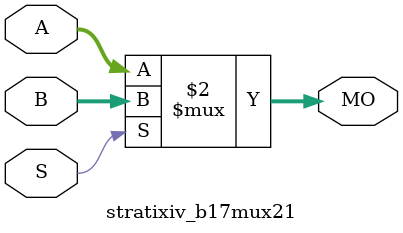
<source format=v>
module stratixiv_b17mux21 (MO, A, B, S);
   input [16:0] A, B;
   input 	S;
   output [16:0] MO; 
   assign MO = (S == 1) ? B : A; 
endmodule
</source>
